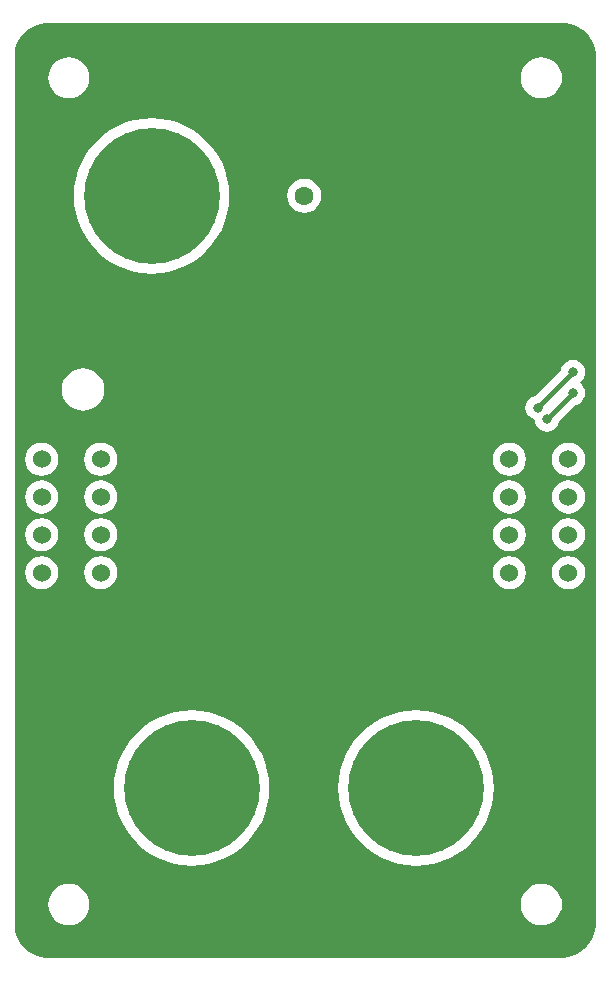
<source format=gbr>
G04 Layer_Physical_Order=1*
G04 Layer_Color=255*
%FSLAX45Y45*%
%MOMM*%
%TF.FileFunction,Copper,L1,Top,Signal*%
%TF.Part,Single*%
G01*
G75*
%TA.AperFunction,Conductor*%
%ADD10C,0.38100*%
%ADD11C,3.81000*%
%TA.AperFunction,ComponentPad*%
%ADD12C,1.52400*%
%ADD13C,11.50000*%
%ADD14C,1.60000*%
%ADD15C,1.90000*%
%TA.AperFunction,ViaPad*%
%ADD16C,0.80000*%
G36*
X4740713Y7955336D02*
X4775227Y7946088D01*
X4808239Y7932414D01*
X4839183Y7914548D01*
X4867530Y7892796D01*
X4892796Y7867530D01*
X4914548Y7839182D01*
X4932413Y7808237D01*
X4946087Y7775225D01*
X4955334Y7740711D01*
X4959997Y7705286D01*
X4959997Y7687420D01*
X4959997Y7687420D01*
X4959999Y7687418D01*
X4959999Y339231D01*
X4959999Y320274D01*
X4955050Y282684D01*
X4945238Y246061D01*
X4930728Y211033D01*
X4911771Y178198D01*
X4888690Y148118D01*
X4861880Y121309D01*
X4831801Y98228D01*
X4798966Y79270D01*
X4763937Y64761D01*
X4727314Y54948D01*
X4689724Y50000D01*
X4670767Y50000D01*
X4670767Y50000D01*
X4670767Y50000D01*
X319062D01*
X300771Y49999D01*
X264503Y54774D01*
X229168Y64242D01*
X195371Y78241D01*
X163691Y96532D01*
X134669Y118801D01*
X108801Y144668D01*
X86532Y173690D01*
X68241Y205371D01*
X54242Y239167D01*
X44774Y274502D01*
X40000Y310771D01*
X40000Y329062D01*
X40000Y329062D01*
Y7685653D01*
X39999Y7703634D01*
X44694Y7739290D01*
X54002Y7774028D01*
X67764Y7807253D01*
X85746Y7838399D01*
X107639Y7866930D01*
X133069Y7892360D01*
X161600Y7914253D01*
X192745Y7932235D01*
X225971Y7945997D01*
X260709Y7955305D01*
X296364Y7959999D01*
X314346Y7959999D01*
X314346Y7960000D01*
X4687422Y7960000D01*
X4705288D01*
X4740713Y7955336D01*
D02*
G37*
%LPC*%
G36*
X270000Y3770905D02*
X233531Y3766104D01*
X199547Y3752028D01*
X170365Y3729635D01*
X147972Y3700453D01*
X133896Y3666469D01*
X129094Y3630000D01*
X133896Y3593531D01*
X147972Y3559547D01*
X170365Y3530365D01*
X199547Y3507972D01*
X233531Y3493896D01*
X270000Y3489094D01*
X306469Y3493896D01*
X340453Y3507972D01*
X369635Y3530365D01*
X392028Y3559547D01*
X406104Y3593531D01*
X410905Y3630000D01*
X406104Y3666469D01*
X392028Y3700453D01*
X369635Y3729635D01*
X340453Y3752028D01*
X306469Y3766104D01*
X270000Y3770905D01*
D02*
G37*
G36*
X4730000Y3450905D02*
X4693531Y3446104D01*
X4659547Y3432028D01*
X4630365Y3409635D01*
X4607972Y3380453D01*
X4593896Y3346469D01*
X4589095Y3310000D01*
X4593896Y3273531D01*
X4607972Y3239547D01*
X4630365Y3210365D01*
X4659547Y3187972D01*
X4693531Y3173896D01*
X4730000Y3169094D01*
X4766469Y3173896D01*
X4800453Y3187972D01*
X4829636Y3210365D01*
X4852028Y3239547D01*
X4866104Y3273531D01*
X4870906Y3310000D01*
X4866104Y3346469D01*
X4852028Y3380453D01*
X4829636Y3409635D01*
X4800453Y3432028D01*
X4766469Y3446104D01*
X4730000Y3450905D01*
D02*
G37*
G36*
X770000D02*
X733531Y3446104D01*
X699547Y3432028D01*
X670365Y3409635D01*
X647972Y3380453D01*
X633896Y3346469D01*
X629094Y3310000D01*
X633896Y3273531D01*
X647972Y3239547D01*
X670365Y3210365D01*
X699547Y3187972D01*
X733531Y3173896D01*
X770000Y3169094D01*
X806469Y3173896D01*
X840453Y3187972D01*
X869635Y3210365D01*
X892028Y3239547D01*
X906104Y3273531D01*
X910905Y3310000D01*
X906104Y3346469D01*
X892028Y3380453D01*
X869635Y3409635D01*
X840453Y3432028D01*
X806469Y3446104D01*
X770000Y3450905D01*
D02*
G37*
G36*
X4730000Y3770905D02*
X4693531Y3766104D01*
X4659547Y3752028D01*
X4630365Y3729635D01*
X4607972Y3700453D01*
X4593896Y3666469D01*
X4589095Y3630000D01*
X4593896Y3593531D01*
X4607972Y3559547D01*
X4630365Y3530365D01*
X4659547Y3507972D01*
X4693531Y3493896D01*
X4730000Y3489094D01*
X4766469Y3493896D01*
X4800453Y3507972D01*
X4829636Y3530365D01*
X4852028Y3559547D01*
X4866104Y3593531D01*
X4870906Y3630000D01*
X4866104Y3666469D01*
X4852028Y3700453D01*
X4829636Y3729635D01*
X4800453Y3752028D01*
X4766469Y3766104D01*
X4730000Y3770905D01*
D02*
G37*
G36*
X4230000D02*
X4193531Y3766104D01*
X4159547Y3752028D01*
X4130365Y3729635D01*
X4107972Y3700453D01*
X4093896Y3666469D01*
X4089095Y3630000D01*
X4093896Y3593531D01*
X4107972Y3559547D01*
X4130365Y3530365D01*
X4159547Y3507972D01*
X4193531Y3493896D01*
X4230000Y3489094D01*
X4266469Y3493896D01*
X4300453Y3507972D01*
X4329635Y3530365D01*
X4352028Y3559547D01*
X4366104Y3593531D01*
X4370906Y3630000D01*
X4366104Y3666469D01*
X4352028Y3700453D01*
X4329635Y3729635D01*
X4300453Y3752028D01*
X4266469Y3766104D01*
X4230000Y3770905D01*
D02*
G37*
G36*
X770000D02*
X733531Y3766104D01*
X699547Y3752028D01*
X670365Y3729635D01*
X647972Y3700453D01*
X633896Y3666469D01*
X629094Y3630000D01*
X633896Y3593531D01*
X647972Y3559547D01*
X670365Y3530365D01*
X699547Y3507972D01*
X733531Y3493896D01*
X770000Y3489094D01*
X806469Y3493896D01*
X840453Y3507972D01*
X869635Y3530365D01*
X892028Y3559547D01*
X906104Y3593531D01*
X910905Y3630000D01*
X906104Y3666469D01*
X892028Y3700453D01*
X869635Y3729635D01*
X840453Y3752028D01*
X806469Y3766104D01*
X770000Y3770905D01*
D02*
G37*
G36*
X1540000Y2144866D02*
X1466343Y2140729D01*
X1393611Y2128372D01*
X1322721Y2107949D01*
X1254563Y2079716D01*
X1189994Y2044031D01*
X1129828Y2001340D01*
X1074819Y1952181D01*
X1025660Y1897172D01*
X982969Y1837006D01*
X947284Y1772437D01*
X919052Y1704279D01*
X898628Y1633389D01*
X886271Y1560658D01*
X882134Y1487000D01*
X886271Y1413343D01*
X898628Y1340611D01*
X919052Y1269721D01*
X947284Y1201563D01*
X982969Y1136994D01*
X1025660Y1076828D01*
X1074819Y1021819D01*
X1129828Y972660D01*
X1189994Y929969D01*
X1254563Y894284D01*
X1322721Y866052D01*
X1393611Y845628D01*
X1466343Y833271D01*
X1540000Y829134D01*
X1613657Y833271D01*
X1686389Y845628D01*
X1757279Y866052D01*
X1825437Y894284D01*
X1890006Y929969D01*
X1950172Y972660D01*
X2005181Y1021819D01*
X2054340Y1076828D01*
X2097031Y1136994D01*
X2132716Y1201563D01*
X2160948Y1269721D01*
X2181372Y1340611D01*
X2193729Y1413343D01*
X2197866Y1487000D01*
X2193729Y1560658D01*
X2181372Y1633389D01*
X2160948Y1704279D01*
X2132716Y1772437D01*
X2097031Y1837006D01*
X2054340Y1897172D01*
X2005181Y1952181D01*
X1950172Y2001340D01*
X1890006Y2044031D01*
X1825437Y2079716D01*
X1757279Y2107949D01*
X1686389Y2128372D01*
X1613657Y2140729D01*
X1540000Y2144866D01*
D02*
G37*
G36*
X4500002Y674342D02*
X4465991Y670992D01*
X4433286Y661071D01*
X4403145Y644960D01*
X4376726Y623279D01*
X4355044Y596860D01*
X4338934Y566719D01*
X4329013Y534014D01*
X4325663Y500002D01*
X4329013Y465990D01*
X4338934Y433285D01*
X4355044Y403144D01*
X4376726Y376726D01*
X4403145Y355044D01*
X4433286Y338934D01*
X4465991Y329013D01*
X4500002Y325663D01*
X4534014Y329013D01*
X4566719Y338934D01*
X4596860Y355044D01*
X4623279Y376726D01*
X4644960Y403144D01*
X4661071Y433285D01*
X4670992Y465990D01*
X4674342Y500002D01*
X4670992Y534014D01*
X4661071Y566719D01*
X4644960Y596860D01*
X4623279Y623279D01*
X4596860Y644960D01*
X4566719Y661071D01*
X4534014Y670992D01*
X4500002Y674342D01*
D02*
G37*
G36*
X500000D02*
X465988Y670992D01*
X433283Y661071D01*
X403142Y644960D01*
X376724Y623279D01*
X355042Y596860D01*
X338932Y566719D01*
X329011Y534014D01*
X325661Y500002D01*
X329011Y465990D01*
X338932Y433285D01*
X355042Y403144D01*
X376724Y376726D01*
X403142Y355044D01*
X433283Y338934D01*
X465988Y329013D01*
X500000Y325663D01*
X534012Y329013D01*
X566717Y338934D01*
X596858Y355044D01*
X623277Y376726D01*
X644958Y403144D01*
X661069Y433285D01*
X670990Y465990D01*
X674340Y500002D01*
X670990Y534014D01*
X661069Y566719D01*
X644958Y596860D01*
X623277Y623279D01*
X596858Y644960D01*
X566717Y661071D01*
X534012Y670992D01*
X500000Y674342D01*
D02*
G37*
G36*
X4230000Y3450905D02*
X4193531Y3446104D01*
X4159547Y3432027D01*
X4130365Y3409635D01*
X4107972Y3380452D01*
X4093896Y3346469D01*
X4089095Y3310000D01*
X4093896Y3273531D01*
X4107972Y3239547D01*
X4130365Y3210364D01*
X4159547Y3187972D01*
X4193531Y3173896D01*
X4230000Y3169094D01*
X4266469Y3173896D01*
X4300453Y3187972D01*
X4329635Y3210364D01*
X4352028Y3239547D01*
X4366104Y3273531D01*
X4370906Y3310000D01*
X4366104Y3346469D01*
X4352028Y3380452D01*
X4329635Y3409635D01*
X4300453Y3432027D01*
X4266469Y3446104D01*
X4230000Y3450905D01*
D02*
G37*
G36*
X270000D02*
X233531Y3446104D01*
X199547Y3432027D01*
X170365Y3409635D01*
X147972Y3380452D01*
X133896Y3346469D01*
X129094Y3310000D01*
X133896Y3273531D01*
X147972Y3239547D01*
X170365Y3210364D01*
X199547Y3187972D01*
X233531Y3173896D01*
X270000Y3169094D01*
X306469Y3173896D01*
X340453Y3187972D01*
X369635Y3210364D01*
X392028Y3239547D01*
X406104Y3273531D01*
X410905Y3310000D01*
X406104Y3346469D01*
X392028Y3380452D01*
X369635Y3409635D01*
X340453Y3432027D01*
X306469Y3446104D01*
X270000Y3450905D01*
D02*
G37*
G36*
X3440000Y2144866D02*
X3366343Y2140729D01*
X3293611Y2128372D01*
X3222721Y2107949D01*
X3154563Y2079716D01*
X3089994Y2044031D01*
X3029828Y2001340D01*
X2974819Y1952181D01*
X2925660Y1897172D01*
X2882969Y1837006D01*
X2847284Y1772437D01*
X2819052Y1704279D01*
X2798628Y1633389D01*
X2786271Y1560658D01*
X2782134Y1487000D01*
X2786271Y1413343D01*
X2798628Y1340611D01*
X2819052Y1269721D01*
X2847284Y1201563D01*
X2882969Y1136994D01*
X2925660Y1076828D01*
X2974819Y1021819D01*
X3029828Y972660D01*
X3089994Y929969D01*
X3154563Y894284D01*
X3222721Y866052D01*
X3293611Y845628D01*
X3366343Y833271D01*
X3440000Y829134D01*
X3513657Y833271D01*
X3586389Y845628D01*
X3657279Y866052D01*
X3725437Y894284D01*
X3790006Y929969D01*
X3850172Y972660D01*
X3905181Y1021819D01*
X3954340Y1076828D01*
X3997031Y1136994D01*
X4032716Y1201563D01*
X4060948Y1269721D01*
X4081372Y1340611D01*
X4093729Y1413343D01*
X4097866Y1487000D01*
X4093729Y1560658D01*
X4081372Y1633389D01*
X4060948Y1704279D01*
X4032716Y1772437D01*
X3997031Y1837006D01*
X3954340Y1897172D01*
X3905181Y1952181D01*
X3850172Y2001340D01*
X3790006Y2044031D01*
X3725437Y2079716D01*
X3657279Y2107949D01*
X3586389Y2128372D01*
X3513657Y2140729D01*
X3440000Y2144866D01*
D02*
G37*
G36*
X270000Y4090905D02*
X233531Y4086104D01*
X199547Y4072028D01*
X170365Y4049635D01*
X147972Y4020453D01*
X133896Y3986469D01*
X129094Y3950000D01*
X133896Y3913531D01*
X147972Y3879547D01*
X170365Y3850365D01*
X199547Y3827972D01*
X233531Y3813896D01*
X270000Y3809094D01*
X306469Y3813896D01*
X340453Y3827972D01*
X369635Y3850365D01*
X392028Y3879547D01*
X406104Y3913531D01*
X410905Y3950000D01*
X406104Y3986469D01*
X392028Y4020453D01*
X369635Y4049635D01*
X340453Y4072028D01*
X306469Y4086104D01*
X270000Y4090905D01*
D02*
G37*
G36*
X1200000Y7157866D02*
X1126342Y7153729D01*
X1053611Y7141372D01*
X982721Y7120948D01*
X914563Y7092716D01*
X849994Y7057031D01*
X789827Y7014340D01*
X734819Y6965181D01*
X685660Y6910172D01*
X642969Y6850006D01*
X607284Y6785437D01*
X579051Y6717279D01*
X558628Y6646389D01*
X546271Y6573657D01*
X542134Y6500000D01*
X546271Y6426342D01*
X558628Y6353611D01*
X579051Y6282721D01*
X607284Y6214563D01*
X642969Y6149994D01*
X685660Y6089828D01*
X734819Y6034819D01*
X789827Y5985660D01*
X849994Y5942969D01*
X914563Y5907284D01*
X982721Y5879051D01*
X1053611Y5858628D01*
X1126342Y5846271D01*
X1200000Y5842134D01*
X1273657Y5846271D01*
X1346389Y5858628D01*
X1417279Y5879051D01*
X1485437Y5907284D01*
X1550006Y5942969D01*
X1610172Y5985660D01*
X1665181Y6034819D01*
X1714340Y6089828D01*
X1757031Y6149994D01*
X1792716Y6214563D01*
X1820948Y6282721D01*
X1841371Y6353611D01*
X1853729Y6426342D01*
X1857865Y6500000D01*
X1853729Y6573657D01*
X1841371Y6646389D01*
X1820948Y6717279D01*
X1792716Y6785437D01*
X1757031Y6850006D01*
X1714340Y6910172D01*
X1665181Y6965181D01*
X1610172Y7014340D01*
X1550006Y7057031D01*
X1485437Y7092716D01*
X1417279Y7120948D01*
X1346389Y7141372D01*
X1273657Y7153729D01*
X1200000Y7157866D01*
D02*
G37*
G36*
X620000Y5039362D02*
X585008Y5035916D01*
X551361Y5025709D01*
X520351Y5009134D01*
X493171Y4986828D01*
X470865Y4959648D01*
X454290Y4928638D01*
X444083Y4894991D01*
X440636Y4859999D01*
X444083Y4825007D01*
X454290Y4791359D01*
X470865Y4760350D01*
X493171Y4733169D01*
X520351Y4710863D01*
X551361Y4694288D01*
X585008Y4684082D01*
X620000Y4680635D01*
X654992Y4684082D01*
X688639Y4694288D01*
X719649Y4710863D01*
X746829Y4733169D01*
X769135Y4760350D01*
X785710Y4791359D01*
X795917Y4825007D01*
X799364Y4859999D01*
X795917Y4894991D01*
X785710Y4928638D01*
X769135Y4959648D01*
X746829Y4986828D01*
X719649Y5009134D01*
X688639Y5025709D01*
X654992Y5035916D01*
X620000Y5039362D01*
D02*
G37*
G36*
X4767072Y5110479D02*
X4740053Y5106922D01*
X4714876Y5096493D01*
X4693255Y5079903D01*
X4676665Y5058282D01*
X4666236Y5033105D01*
X4664704Y5021469D01*
X4451330Y4808095D01*
X4442619Y4806948D01*
X4417442Y4796519D01*
X4395821Y4779929D01*
X4379231Y4758308D01*
X4368802Y4733131D01*
X4365245Y4706112D01*
X4368802Y4679093D01*
X4379231Y4653916D01*
X4395821Y4632295D01*
X4417442Y4615705D01*
X4442619Y4605276D01*
X4442866Y4605244D01*
X4446018Y4581303D01*
X4456447Y4556126D01*
X4473037Y4534505D01*
X4494658Y4517915D01*
X4519835Y4507486D01*
X4546854Y4503929D01*
X4573873Y4507486D01*
X4599050Y4517915D01*
X4620671Y4534505D01*
X4637261Y4556126D01*
X4647690Y4581303D01*
X4649222Y4592940D01*
X4784287Y4728004D01*
X4793583Y4729228D01*
X4818760Y4739657D01*
X4840381Y4756247D01*
X4856971Y4777868D01*
X4867400Y4803045D01*
X4870957Y4830064D01*
X4867400Y4857083D01*
X4856971Y4882260D01*
X4840381Y4903881D01*
X4830412Y4911530D01*
Y4924230D01*
X4840889Y4932269D01*
X4857479Y4953890D01*
X4867908Y4979067D01*
X4871465Y5006086D01*
X4867908Y5033105D01*
X4857479Y5058282D01*
X4840889Y5079903D01*
X4819268Y5096493D01*
X4794091Y5106922D01*
X4767072Y5110479D01*
D02*
G37*
G36*
X4500002Y7674338D02*
X4465991Y7670988D01*
X4433286Y7661067D01*
X4403145Y7644957D01*
X4376726Y7623275D01*
X4355044Y7596856D01*
X4338934Y7566715D01*
X4329013Y7534010D01*
X4325663Y7499998D01*
X4329013Y7465987D01*
X4338934Y7433282D01*
X4355044Y7403141D01*
X4376726Y7376722D01*
X4403145Y7355040D01*
X4433286Y7338930D01*
X4465991Y7329009D01*
X4500002Y7325659D01*
X4534014Y7329009D01*
X4566719Y7338930D01*
X4596860Y7355040D01*
X4623279Y7376722D01*
X4644960Y7403141D01*
X4661071Y7433282D01*
X4670992Y7465987D01*
X4674342Y7499998D01*
X4670992Y7534010D01*
X4661071Y7566715D01*
X4644960Y7596856D01*
X4623279Y7623275D01*
X4596860Y7644957D01*
X4566719Y7661067D01*
X4534014Y7670988D01*
X4500002Y7674338D01*
D02*
G37*
G36*
X500000D02*
X465988Y7670988D01*
X433283Y7661067D01*
X403142Y7644957D01*
X376724Y7623275D01*
X355042Y7596856D01*
X338932Y7566715D01*
X329011Y7534010D01*
X325661Y7499998D01*
X329011Y7465987D01*
X338932Y7433282D01*
X355042Y7403141D01*
X376724Y7376722D01*
X403142Y7355040D01*
X433283Y7338930D01*
X465988Y7329009D01*
X500000Y7325659D01*
X534012Y7329009D01*
X566717Y7338930D01*
X596858Y7355040D01*
X623277Y7376722D01*
X644958Y7403141D01*
X661069Y7433282D01*
X670990Y7465987D01*
X674340Y7499998D01*
X670990Y7534010D01*
X661069Y7566715D01*
X644958Y7596856D01*
X623277Y7623275D01*
X596858Y7644957D01*
X566717Y7661067D01*
X534012Y7670988D01*
X500000Y7674338D01*
D02*
G37*
G36*
X2492802Y6645310D02*
X2455341Y6640378D01*
X2420433Y6625919D01*
X2390457Y6602917D01*
X2367455Y6572941D01*
X2352996Y6538033D01*
X2348064Y6500572D01*
X2352996Y6463111D01*
X2367455Y6428203D01*
X2390457Y6398227D01*
X2420433Y6375225D01*
X2455341Y6360766D01*
X2492802Y6355834D01*
X2530263Y6360766D01*
X2565171Y6375225D01*
X2595147Y6398227D01*
X2618149Y6428203D01*
X2632608Y6463111D01*
X2637540Y6500572D01*
X2632608Y6538033D01*
X2618149Y6572941D01*
X2595147Y6602917D01*
X2565171Y6625919D01*
X2530263Y6640378D01*
X2492802Y6645310D01*
D02*
G37*
G36*
X4730000Y4410906D02*
X4693531Y4406104D01*
X4659547Y4392028D01*
X4630365Y4369635D01*
X4607972Y4340453D01*
X4593896Y4306469D01*
X4589095Y4270000D01*
X4593896Y4233531D01*
X4607972Y4199547D01*
X4630365Y4170365D01*
X4659547Y4147972D01*
X4693531Y4133896D01*
X4730000Y4129095D01*
X4766469Y4133896D01*
X4800453Y4147972D01*
X4829636Y4170365D01*
X4852028Y4199547D01*
X4866104Y4233531D01*
X4870906Y4270000D01*
X4866104Y4306469D01*
X4852028Y4340453D01*
X4829636Y4369635D01*
X4800453Y4392028D01*
X4766469Y4406104D01*
X4730000Y4410906D01*
D02*
G37*
G36*
Y4090905D02*
X4693531Y4086104D01*
X4659547Y4072028D01*
X4630365Y4049635D01*
X4607972Y4020453D01*
X4593896Y3986469D01*
X4589095Y3950000D01*
X4593896Y3913531D01*
X4607972Y3879547D01*
X4630365Y3850365D01*
X4659547Y3827972D01*
X4693531Y3813896D01*
X4730000Y3809094D01*
X4766469Y3813896D01*
X4800453Y3827972D01*
X4829636Y3850365D01*
X4852028Y3879547D01*
X4866104Y3913531D01*
X4870906Y3950000D01*
X4866104Y3986469D01*
X4852028Y4020453D01*
X4829636Y4049635D01*
X4800453Y4072028D01*
X4766469Y4086104D01*
X4730000Y4090905D01*
D02*
G37*
G36*
X4230000D02*
X4193531Y4086104D01*
X4159547Y4072028D01*
X4130365Y4049635D01*
X4107972Y4020453D01*
X4093896Y3986469D01*
X4089095Y3950000D01*
X4093896Y3913531D01*
X4107972Y3879547D01*
X4130365Y3850365D01*
X4159547Y3827972D01*
X4193531Y3813896D01*
X4230000Y3809094D01*
X4266469Y3813896D01*
X4300453Y3827972D01*
X4329635Y3850365D01*
X4352028Y3879547D01*
X4366104Y3913531D01*
X4370906Y3950000D01*
X4366104Y3986469D01*
X4352028Y4020453D01*
X4329635Y4049635D01*
X4300453Y4072028D01*
X4266469Y4086104D01*
X4230000Y4090905D01*
D02*
G37*
G36*
X770000D02*
X733531Y4086104D01*
X699547Y4072028D01*
X670365Y4049635D01*
X647972Y4020453D01*
X633896Y3986469D01*
X629094Y3950000D01*
X633896Y3913531D01*
X647972Y3879547D01*
X670365Y3850365D01*
X699547Y3827972D01*
X733531Y3813896D01*
X770000Y3809094D01*
X806469Y3813896D01*
X840453Y3827972D01*
X869635Y3850365D01*
X892028Y3879547D01*
X906104Y3913531D01*
X910905Y3950000D01*
X906104Y3986469D01*
X892028Y4020453D01*
X869635Y4049635D01*
X840453Y4072028D01*
X806469Y4086104D01*
X770000Y4090905D01*
D02*
G37*
G36*
X4230000Y4410906D02*
X4193531Y4406104D01*
X4159547Y4392028D01*
X4130365Y4369635D01*
X4107972Y4340453D01*
X4093896Y4306469D01*
X4089095Y4270000D01*
X4093896Y4233531D01*
X4107972Y4199547D01*
X4130365Y4170365D01*
X4159547Y4147972D01*
X4193531Y4133896D01*
X4230000Y4129095D01*
X4266469Y4133896D01*
X4300453Y4147972D01*
X4329635Y4170365D01*
X4352028Y4199547D01*
X4366104Y4233531D01*
X4370906Y4270000D01*
X4366104Y4306469D01*
X4352028Y4340453D01*
X4329635Y4369635D01*
X4300453Y4392028D01*
X4266469Y4406104D01*
X4230000Y4410906D01*
D02*
G37*
G36*
X770000D02*
X733531Y4406104D01*
X699547Y4392028D01*
X670365Y4369635D01*
X647972Y4340453D01*
X633896Y4306469D01*
X629094Y4270000D01*
X633896Y4233531D01*
X647972Y4199547D01*
X670365Y4170365D01*
X699547Y4147972D01*
X733531Y4133896D01*
X770000Y4129095D01*
X806469Y4133896D01*
X840453Y4147972D01*
X869635Y4170365D01*
X892028Y4199547D01*
X906104Y4233531D01*
X910905Y4270000D01*
X906104Y4306469D01*
X892028Y4340453D01*
X869635Y4369635D01*
X840453Y4392028D01*
X806469Y4406104D01*
X770000Y4410906D01*
D02*
G37*
G36*
X270000D02*
X233531Y4406104D01*
X199547Y4392028D01*
X170365Y4369635D01*
X147972Y4340453D01*
X133896Y4306469D01*
X129094Y4270000D01*
X133896Y4233531D01*
X147972Y4199547D01*
X170365Y4170365D01*
X199547Y4147972D01*
X233531Y4133896D01*
X270000Y4129095D01*
X306469Y4133896D01*
X340453Y4147972D01*
X369635Y4170365D01*
X392028Y4199547D01*
X406104Y4233531D01*
X410905Y4270000D01*
X406104Y4306469D01*
X392028Y4340453D01*
X369635Y4369635D01*
X340453Y4392028D01*
X306469Y4406104D01*
X270000Y4410906D01*
D02*
G37*
%LPD*%
D10*
X4465826Y4704840D02*
X4767072Y5006086D01*
X4464844Y4704840D02*
X4468144Y4701540D01*
X4710172Y4270002D02*
X4729999D01*
X4766090Y5006086D02*
X4767072D01*
X4464844Y4704840D02*
X4465826D01*
X4468144Y4701540D02*
X4469638Y4703034D01*
Y4706112D01*
X4766564Y4828032D02*
Y4830064D01*
X4546854Y4608322D02*
X4766564Y4828032D01*
D11*
X3429001Y1505456D02*
X3446019D01*
D12*
X770000Y4270000D02*
D03*
Y3950000D02*
D03*
Y3630000D02*
D03*
Y3310000D02*
D03*
X270000Y3310000D02*
D03*
Y3630000D02*
D03*
Y3950000D02*
D03*
Y4270000D02*
D03*
X4730000D02*
D03*
Y3950000D02*
D03*
Y3630000D02*
D03*
Y3310000D02*
D03*
X4230000Y3310000D02*
D03*
Y3630000D02*
D03*
Y3950000D02*
D03*
Y4270000D02*
D03*
D13*
X3786999Y6500000D02*
D03*
X3439999Y1487001D02*
D03*
X1199999Y6500000D02*
D03*
X1539998Y1487001D02*
D03*
D14*
X2492802Y6500572D02*
D03*
D15*
X1987802Y5995572D02*
D03*
Y7005572D02*
D03*
X2997802D02*
D03*
Y5995572D02*
D03*
D16*
X4767072Y5006086D02*
D03*
X4546854Y4608322D02*
D03*
X4469638Y4706112D02*
D03*
X4766564Y4830064D02*
D03*
%TF.MD5,fa126bb2966b6010f6296fdcf9d5ca05*%
M02*

</source>
